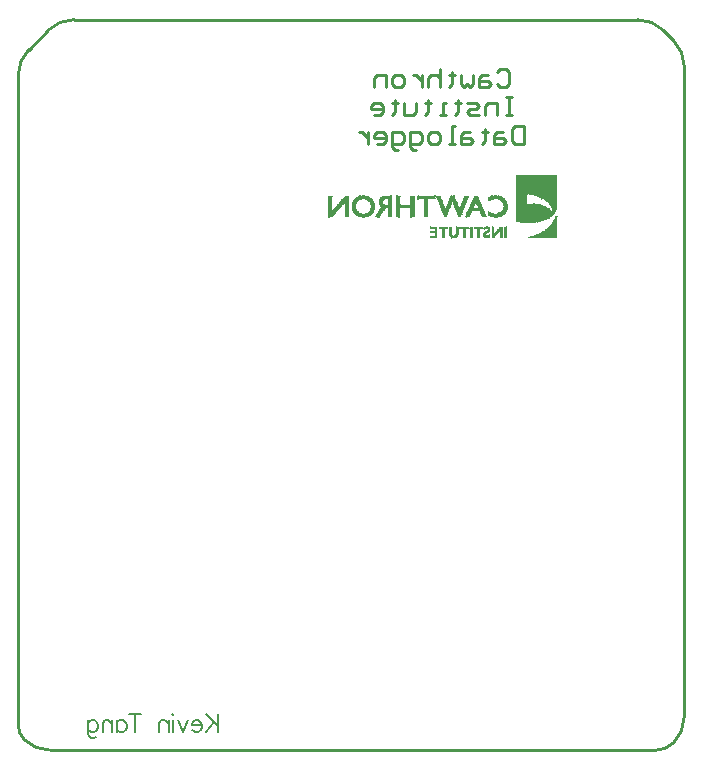
<source format=gbo>
G04 Layer_Color=32896*
%FSLAX25Y25*%
%MOIN*%
G70*
G01*
G75*
%ADD14C,0.01000*%
%ADD21C,0.00787*%
%ADD33C,0.00100*%
D14*
X304503Y329693D02*
X305503Y330693D01*
X307502D01*
X308502Y329693D01*
Y325694D01*
X307502Y324695D01*
X305503D01*
X304503Y325694D01*
X301504Y328693D02*
X299504D01*
X298505Y327694D01*
Y324695D01*
X301504D01*
X302504Y325694D01*
X301504Y326694D01*
X298505D01*
X296505Y328693D02*
Y325694D01*
X295506Y324695D01*
X294506Y325694D01*
X293507Y324695D01*
X292507Y325694D01*
Y328693D01*
X289508Y329693D02*
Y328693D01*
X290507D01*
X288508D01*
X289508D01*
Y325694D01*
X288508Y324695D01*
X285509Y330693D02*
Y324695D01*
Y327694D01*
X284509Y328693D01*
X282510D01*
X281510Y327694D01*
Y324695D01*
X279511Y328693D02*
Y324695D01*
Y326694D01*
X278511Y327694D01*
X277512Y328693D01*
X276512D01*
X272513Y324695D02*
X270514D01*
X269514Y325694D01*
Y327694D01*
X270514Y328693D01*
X272513D01*
X273513Y327694D01*
Y325694D01*
X272513Y324695D01*
X267515D02*
Y328693D01*
X264516D01*
X263516Y327694D01*
Y324695D01*
X309501Y321095D02*
X307502D01*
X308502D01*
Y315097D01*
X309501D01*
X307502D01*
X304503D02*
Y319096D01*
X301504D01*
X300504Y318096D01*
Y315097D01*
X298505D02*
X295506D01*
X294506Y316097D01*
X295506Y317096D01*
X297505D01*
X298505Y318096D01*
X297505Y319096D01*
X294506D01*
X291507Y320095D02*
Y319096D01*
X292507D01*
X290507D01*
X291507D01*
Y316097D01*
X290507Y315097D01*
X287508D02*
X285509D01*
X286509D01*
Y319096D01*
X287508D01*
X281510Y320095D02*
Y319096D01*
X282510D01*
X280511D01*
X281510D01*
Y316097D01*
X280511Y315097D01*
X277512Y319096D02*
Y316097D01*
X276512Y315097D01*
X273513D01*
Y319096D01*
X270514Y320095D02*
Y319096D01*
X271514D01*
X269514D01*
X270514D01*
Y316097D01*
X269514Y315097D01*
X263516D02*
X265515D01*
X266515Y316097D01*
Y318096D01*
X265515Y319096D01*
X263516D01*
X262516Y318096D01*
Y317096D01*
X266515D01*
X313500Y311497D02*
Y305499D01*
X310501D01*
X309501Y306499D01*
Y310498D01*
X310501Y311497D01*
X313500D01*
X306502Y309498D02*
X304503D01*
X303503Y308498D01*
Y305499D01*
X306502D01*
X307502Y306499D01*
X306502Y307499D01*
X303503D01*
X300504Y310498D02*
Y309498D01*
X301504D01*
X299504D01*
X300504D01*
Y306499D01*
X299504Y305499D01*
X295506Y309498D02*
X293507D01*
X292507Y308498D01*
Y305499D01*
X295506D01*
X296505Y306499D01*
X295506Y307499D01*
X292507D01*
X290507Y305499D02*
X288508D01*
X289508D01*
Y311497D01*
X290507D01*
X284509Y305499D02*
X282510D01*
X281510Y306499D01*
Y308498D01*
X282510Y309498D01*
X284509D01*
X285509Y308498D01*
Y306499D01*
X284509Y305499D01*
X277512Y303500D02*
X276512D01*
X275512Y304500D01*
Y309498D01*
X278511D01*
X279511Y308498D01*
Y306499D01*
X278511Y305499D01*
X275512D01*
X271514Y303500D02*
X270514D01*
X269514Y304500D01*
Y309498D01*
X272513D01*
X273513Y308498D01*
Y306499D01*
X272513Y305499D01*
X269514D01*
X264516D02*
X266515D01*
X267515Y306499D01*
Y308498D01*
X266515Y309498D01*
X264516D01*
X263516Y308498D01*
Y307499D01*
X267515D01*
X261517Y309498D02*
Y305499D01*
Y307499D01*
X260517Y308498D01*
X259518Y309498D01*
X258518D01*
X360035Y343464D02*
G03*
X351500Y347000I-8535J-8535D01*
G01*
X367000Y331500D02*
G03*
X363464Y340036I-12071J0D01*
G01*
Y105965D02*
G03*
X367000Y114500I-8535J8535D01*
G01*
X357515Y103500D02*
G03*
X363464Y105965I0J8414D01*
G01*
X146965Y107036D02*
G03*
X155500Y103500I8535J8535D01*
G01*
X145000Y111778D02*
G03*
X146965Y107036I6707J0D01*
G01*
X148536Y337035D02*
G03*
X145000Y328500I8535J-8535D01*
G01*
X163500Y347000D02*
G03*
X154964Y343464I0J-12071D01*
G01*
X281000Y347000D02*
X351500D01*
X360035Y343464D02*
X363464Y340036D01*
X367000Y114500D02*
Y331500D01*
X155500Y103500D02*
X357515D01*
X145000Y111778D02*
Y319500D01*
Y328500D01*
X148536Y337035D02*
X154964Y343464D01*
X163500Y347000D02*
X281000D01*
D21*
X211500Y115404D02*
Y109500D01*
X207564Y115404D02*
X211500Y111468D01*
X210094Y112874D02*
X207564Y109500D01*
X206242Y111749D02*
X202869D01*
Y112312D01*
X203150Y112874D01*
X203431Y113155D01*
X203993Y113436D01*
X204837D01*
X205399Y113155D01*
X205961Y112593D01*
X206242Y111749D01*
Y111187D01*
X205961Y110344D01*
X205399Y109781D01*
X204837Y109500D01*
X203993D01*
X203431Y109781D01*
X202869Y110344D01*
X201603Y113436D02*
X199916Y109500D01*
X198230Y113436D02*
X199916Y109500D01*
X196711Y115404D02*
X196430Y115123D01*
X196149Y115404D01*
X196430Y115685D01*
X196711Y115404D01*
X196430Y113436D02*
Y109500D01*
X195109Y113436D02*
Y109500D01*
Y112312D02*
X194265Y113155D01*
X193703Y113436D01*
X192859D01*
X192297Y113155D01*
X192016Y112312D01*
Y109500D01*
X183862Y115404D02*
Y109500D01*
X185831Y115404D02*
X181894D01*
X177818Y113436D02*
Y109500D01*
Y112593D02*
X178380Y113155D01*
X178942Y113436D01*
X179786D01*
X180348Y113155D01*
X180910Y112593D01*
X181192Y111749D01*
Y111187D01*
X180910Y110344D01*
X180348Y109781D01*
X179786Y109500D01*
X178942D01*
X178380Y109781D01*
X177818Y110344D01*
X176243Y113436D02*
Y109500D01*
Y112312D02*
X175400Y113155D01*
X174837Y113436D01*
X173994D01*
X173432Y113155D01*
X173151Y112312D01*
Y109500D01*
X168230Y113436D02*
Y108938D01*
X168511Y108094D01*
X168793Y107813D01*
X169355Y107532D01*
X170198D01*
X170761Y107813D01*
X168230Y112593D02*
X168793Y113155D01*
X169355Y113436D01*
X170198D01*
X170761Y113155D01*
X171323Y112593D01*
X171604Y111749D01*
Y111187D01*
X171323Y110344D01*
X170761Y109781D01*
X170198Y109500D01*
X169355D01*
X168793Y109781D01*
X168230Y110344D01*
D33*
X289300Y274300D02*
X289400D01*
X282400Y274400D02*
X282500D01*
X286300D02*
X286400D01*
X307100D02*
X307200D01*
X324000D02*
X324100D01*
X286700Y274500D02*
X286800D01*
X289400D02*
X289500D01*
X289900D02*
X290100D01*
X295500D02*
X295600D01*
X300500D02*
X300600D01*
X301000D02*
X301100D01*
X307500D02*
X307600D01*
X282300Y274600D02*
X284400D01*
X286200D02*
X286800D01*
X289100D02*
X289200D01*
X289300D02*
X290700D01*
X293200D02*
X293800D01*
X295600D02*
X296200D01*
X298000D02*
X298600D01*
X300300D02*
X300400D01*
X300500D02*
X301600D01*
X301700D02*
X301900D01*
X302900D02*
X303400D01*
X305600D02*
X306100D01*
X307000D02*
X307600D01*
X314900D02*
X324200D01*
X282300Y274700D02*
X284400D01*
X286200D02*
X286800D01*
X289100D02*
X290900D01*
X293200D02*
X293800D01*
X295600D02*
X296200D01*
X298000D02*
X298600D01*
X300400D02*
X301800D01*
X302900D02*
X303500D01*
X305600D02*
X306100D01*
X307000D02*
X307600D01*
X315200D02*
X324200D01*
X282300Y274800D02*
X284400D01*
X286200D02*
X286800D01*
X289000D02*
X291000D01*
X291100D02*
X291200D01*
X293200D02*
X293800D01*
X295600D02*
X296200D01*
X298000D02*
X298600D01*
X300300D02*
X302000D01*
X302900D02*
X303600D01*
X305600D02*
X306100D01*
X307000D02*
X307600D01*
X315600D02*
X324200D01*
X282300Y274900D02*
X284400D01*
X286200D02*
X286800D01*
X288900D02*
X291100D01*
X293200D02*
X293800D01*
X295600D02*
X296200D01*
X298000D02*
X298600D01*
X299800D02*
X299900D01*
X300200D02*
X302000D01*
X302900D02*
X303600D01*
X305600D02*
X306100D01*
X307000D02*
X307600D01*
X316000D02*
X324200D01*
X282300Y275000D02*
X284400D01*
X286200D02*
X286800D01*
X288800D02*
X291200D01*
X293200D02*
X293800D01*
X295600D02*
X296200D01*
X298000D02*
X298600D01*
X300100D02*
X302000D01*
X302900D02*
X303700D01*
X305600D02*
X306100D01*
X307000D02*
X307600D01*
X316400D02*
X324200D01*
X283800Y275100D02*
X284400D01*
X286200D02*
X286800D01*
X288700D02*
X289700D01*
X290400D02*
X291300D01*
X293200D02*
X293800D01*
X295600D02*
X296200D01*
X298000D02*
X298600D01*
X300100D02*
X300800D01*
X301400D02*
X302000D01*
X302900D02*
X303800D01*
X305600D02*
X306100D01*
X307000D02*
X307600D01*
X316800D02*
X324200D01*
X283800Y275200D02*
X284400D01*
X286200D02*
X286800D01*
X288600D02*
X289400D01*
X290600D02*
X291400D01*
X293200D02*
X293800D01*
X295600D02*
X296200D01*
X298000D02*
X298600D01*
X300000D02*
X300600D01*
X301600D02*
X302000D01*
X302900D02*
X303900D01*
X305600D02*
X306100D01*
X307000D02*
X307600D01*
X317100D02*
X324200D01*
X283800Y275300D02*
X284400D01*
X286200D02*
X286800D01*
X288600D02*
X289300D01*
X290500D02*
X290600D01*
X290700D02*
X291400D01*
X293200D02*
X293800D01*
X295600D02*
X296200D01*
X298000D02*
X298600D01*
X300000D02*
X300600D01*
X301700D02*
X302000D01*
X302900D02*
X304000D01*
X305600D02*
X306100D01*
X307000D02*
X307600D01*
X317400D02*
X324200D01*
X283800Y275400D02*
X284400D01*
X286200D02*
X286800D01*
X288600D02*
X289200D01*
X290500D02*
X290600D01*
X290800D02*
X291500D01*
X293200D02*
X293800D01*
X295600D02*
X296200D01*
X298000D02*
X298600D01*
X300000D02*
X300600D01*
X301800D02*
X302000D01*
X302900D02*
X304100D01*
X305600D02*
X306100D01*
X307000D02*
X307600D01*
X317700D02*
X324200D01*
X283800Y275500D02*
X284400D01*
X286200D02*
X286800D01*
X288500D02*
X289100D01*
X290900D02*
X291500D01*
X293200D02*
X293800D01*
X295600D02*
X296200D01*
X298000D02*
X298600D01*
X300000D02*
X300600D01*
X302900D02*
X304200D01*
X305600D02*
X306100D01*
X307000D02*
X307600D01*
X318000D02*
X324200D01*
X283800Y275600D02*
X284400D01*
X286200D02*
X286800D01*
X288500D02*
X289100D01*
X290900D02*
X291500D01*
X293200D02*
X293800D01*
X295600D02*
X296200D01*
X298000D02*
X298600D01*
X300000D02*
X300600D01*
X302900D02*
X303400D01*
X303500D02*
X304300D01*
X305600D02*
X306100D01*
X307000D02*
X307600D01*
X318200D02*
X324200D01*
X283800Y275700D02*
X284400D01*
X286200D02*
X286800D01*
X288500D02*
X289100D01*
X289200D02*
X289300D01*
X290900D02*
X291500D01*
X293200D02*
X293800D01*
X295600D02*
X296200D01*
X298000D02*
X298600D01*
X300000D02*
X300700D01*
X302900D02*
X303400D01*
X303600D02*
X304300D01*
X305600D02*
X306100D01*
X307000D02*
X307600D01*
X318400D02*
X324200D01*
X283800Y275800D02*
X284400D01*
X286200D02*
X286800D01*
X288500D02*
X289100D01*
X290900D02*
X291500D01*
X293200D02*
X293800D01*
X295600D02*
X296200D01*
X298000D02*
X298600D01*
X300000D02*
X300700D01*
X302900D02*
X303400D01*
X303700D02*
X304400D01*
X305600D02*
X306100D01*
X307000D02*
X307600D01*
X318700D02*
X324200D01*
X283800Y275900D02*
X284400D01*
X286200D02*
X286800D01*
X288500D02*
X289100D01*
X290900D02*
X291500D01*
X293200D02*
X293800D01*
X295600D02*
X296200D01*
X298000D02*
X298600D01*
X300100D02*
X300900D01*
X302900D02*
X303400D01*
X303600D02*
X303700D01*
X303800D02*
X304500D01*
X305600D02*
X306100D01*
X307000D02*
X307600D01*
X318900D02*
X324200D01*
X283800Y276000D02*
X284400D01*
X286200D02*
X286800D01*
X288500D02*
X289100D01*
X290900D02*
X291500D01*
X293200D02*
X293800D01*
X295600D02*
X296200D01*
X298000D02*
X298600D01*
X300100D02*
X301000D01*
X302900D02*
X303400D01*
X303900D02*
X304600D01*
X305600D02*
X306100D01*
X307000D02*
X307600D01*
X318600D02*
X318700D01*
X319100D02*
X324200D01*
X282500Y276100D02*
X284400D01*
X286200D02*
X286800D01*
X288500D02*
X289100D01*
X290900D02*
X291500D01*
X293200D02*
X293800D01*
X295600D02*
X296200D01*
X298000D02*
X298600D01*
X300200D02*
X301200D01*
X302900D02*
X303400D01*
X303900D02*
X304700D01*
X305600D02*
X306100D01*
X307000D02*
X307600D01*
X319300D02*
X324200D01*
X282400Y276200D02*
X284400D01*
X286200D02*
X286800D01*
X288500D02*
X289100D01*
X290900D02*
X291500D01*
X293200D02*
X293800D01*
X295600D02*
X296200D01*
X298000D02*
X298600D01*
X300300D02*
X301300D01*
X302900D02*
X303400D01*
X304000D02*
X304800D01*
X305600D02*
X306100D01*
X307000D02*
X307600D01*
X319500D02*
X324200D01*
X282400Y276300D02*
X284400D01*
X286200D02*
X286800D01*
X288500D02*
X289100D01*
X290900D02*
X291500D01*
X293200D02*
X293800D01*
X295600D02*
X296200D01*
X298000D02*
X298600D01*
X300400D02*
X301500D01*
X302900D02*
X303400D01*
X304100D02*
X304900D01*
X305600D02*
X306100D01*
X307000D02*
X307600D01*
X319700D02*
X324200D01*
X282400Y276400D02*
X284400D01*
X286200D02*
X286800D01*
X288500D02*
X289100D01*
X290900D02*
X291500D01*
X293200D02*
X293800D01*
X295600D02*
X296200D01*
X298000D02*
X298600D01*
X300500D02*
X301600D01*
X302900D02*
X303400D01*
X304200D02*
X304900D01*
X305600D02*
X306100D01*
X307000D02*
X307600D01*
X319700D02*
X319800D01*
X319900D02*
X324200D01*
X282400Y276500D02*
X284400D01*
X286200D02*
X286800D01*
X288500D02*
X289100D01*
X290900D02*
X291500D01*
X293200D02*
X293800D01*
X295600D02*
X296200D01*
X298000D02*
X298600D01*
X300700D02*
X301700D01*
X301800D02*
X301900D01*
X302900D02*
X303400D01*
X304300D02*
X305000D01*
X305600D02*
X306100D01*
X307000D02*
X307600D01*
X320000D02*
X324200D01*
X283800Y276600D02*
X284400D01*
X286200D02*
X286800D01*
X288500D02*
X289100D01*
X290900D02*
X291500D01*
X293200D02*
X293800D01*
X295600D02*
X296200D01*
X298000D02*
X298600D01*
X300900D02*
X301800D01*
X302900D02*
X303400D01*
X304400D02*
X305100D01*
X305600D02*
X306100D01*
X307000D02*
X307600D01*
X319900D02*
X320000D01*
X320200D02*
X324200D01*
X283800Y276700D02*
X284400D01*
X286200D02*
X286800D01*
X288500D02*
X289100D01*
X290900D02*
X291500D01*
X293200D02*
X293800D01*
X295600D02*
X296200D01*
X298000D02*
X298600D01*
X300800D02*
X300900D01*
X301000D02*
X301900D01*
X302900D02*
X303400D01*
X304500D02*
X305200D01*
X305600D02*
X306100D01*
X307000D02*
X307600D01*
X319900D02*
X320000D01*
X320400D02*
X324200D01*
X283800Y276800D02*
X284400D01*
X286200D02*
X286800D01*
X288500D02*
X289100D01*
X290900D02*
X291500D01*
X293200D02*
X293800D01*
X295600D02*
X296200D01*
X298000D02*
X298600D01*
X301200D02*
X302000D01*
X302900D02*
X303400D01*
X304600D02*
X305300D01*
X305600D02*
X306100D01*
X307000D02*
X307600D01*
X320500D02*
X324200D01*
X283800Y276900D02*
X284400D01*
X286200D02*
X286800D01*
X288500D02*
X289100D01*
X290900D02*
X291500D01*
X293200D02*
X293800D01*
X295600D02*
X296200D01*
X298000D02*
X298600D01*
X301100D02*
X301200D01*
X301300D02*
X302000D01*
X302900D02*
X303400D01*
X304600D02*
X305400D01*
X305600D02*
X306100D01*
X307000D02*
X307600D01*
X320600D02*
X324200D01*
X283800Y277000D02*
X284400D01*
X286200D02*
X286800D01*
X288500D02*
X289100D01*
X290900D02*
X291500D01*
X293200D02*
X293800D01*
X295600D02*
X296200D01*
X298000D02*
X298600D01*
X301400D02*
X302000D01*
X302900D02*
X303400D01*
X304700D02*
X305500D01*
X305600D02*
X306100D01*
X307000D02*
X307600D01*
X320800D02*
X324200D01*
X283800Y277100D02*
X284400D01*
X286200D02*
X286800D01*
X288500D02*
X289100D01*
X290900D02*
X291500D01*
X293200D02*
X293800D01*
X295600D02*
X296200D01*
X298000D02*
X298600D01*
X301500D02*
X302000D01*
X302900D02*
X303400D01*
X304800D02*
X305500D01*
X305600D02*
X306100D01*
X307000D02*
X307600D01*
X320700D02*
X320800D01*
X320900D02*
X324200D01*
X283800Y277200D02*
X284400D01*
X286200D02*
X286800D01*
X288500D02*
X289100D01*
X290900D02*
X291500D01*
X293200D02*
X293800D01*
X295600D02*
X296200D01*
X298000D02*
X298600D01*
X301500D02*
X302000D01*
X302900D02*
X303400D01*
X304900D02*
X306100D01*
X307000D02*
X307600D01*
X321100D02*
X324200D01*
X283800Y277300D02*
X284400D01*
X286200D02*
X286800D01*
X288500D02*
X289100D01*
X290900D02*
X291500D01*
X293200D02*
X293800D01*
X295600D02*
X296200D01*
X298000D02*
X298600D01*
X300100D02*
X300300D01*
X301500D02*
X302000D01*
X302900D02*
X303400D01*
X304700D02*
X304800D01*
X305000D02*
X306100D01*
X307000D02*
X307600D01*
X321200D02*
X324200D01*
X283800Y277400D02*
X284400D01*
X286200D02*
X286800D01*
X288500D02*
X289100D01*
X290900D02*
X291500D01*
X293200D02*
X293800D01*
X295600D02*
X296200D01*
X298000D02*
X298600D01*
X300100D02*
X300400D01*
X301200D02*
X301300D01*
X301400D02*
X302000D01*
X302900D02*
X303400D01*
X305100D02*
X306100D01*
X307000D02*
X307600D01*
X321300D02*
X324200D01*
X283800Y277500D02*
X284400D01*
X286200D02*
X286800D01*
X288500D02*
X289100D01*
X290900D02*
X291500D01*
X293200D02*
X293800D01*
X295600D02*
X296200D01*
X296800D02*
X296900D01*
X298000D02*
X298600D01*
X299700D02*
X299800D01*
X300100D02*
X300700D01*
X301300D02*
X302000D01*
X302900D02*
X303400D01*
X305200D02*
X306100D01*
X307000D02*
X307600D01*
X321400D02*
X324200D01*
X282400Y277600D02*
X284400D01*
X285100D02*
X288000D01*
X288500D02*
X289100D01*
X290900D02*
X291500D01*
X292000D02*
X295000D01*
X295600D02*
X296200D01*
X296800D02*
X299800D01*
X300100D02*
X301900D01*
X302900D02*
X303400D01*
X305100D02*
X305200D01*
X305300D02*
X306100D01*
X307000D02*
X307600D01*
X321500D02*
X324200D01*
X282400Y277700D02*
X284400D01*
X285100D02*
X288000D01*
X288500D02*
X289100D01*
X290900D02*
X291500D01*
X292000D02*
X295100D01*
X295600D02*
X296200D01*
X296800D02*
X299700D01*
X300100D02*
X302000D01*
X302900D02*
X303400D01*
X305200D02*
X305300D01*
X305400D02*
X306100D01*
X307000D02*
X307600D01*
X321600D02*
X324200D01*
X282400Y277800D02*
X284400D01*
X285100D02*
X288000D01*
X288500D02*
X289100D01*
X290900D02*
X291500D01*
X292000D02*
X295000D01*
X295600D02*
X296300D01*
X296800D02*
X299700D01*
X300100D02*
X301800D01*
X302900D02*
X303400D01*
X305400D02*
X306100D01*
X306900D02*
X307600D01*
X321700D02*
X324200D01*
X282400Y277900D02*
X284400D01*
X285100D02*
X288000D01*
X288500D02*
X289100D01*
X290900D02*
X291500D01*
X292000D02*
X295000D01*
X295600D02*
X296200D01*
X296800D02*
X299700D01*
X300200D02*
X301600D01*
X302900D02*
X303400D01*
X305500D02*
X306100D01*
X307000D02*
X307600D01*
X321800D02*
X324200D01*
X282400Y278000D02*
X284400D01*
X285100D02*
X288000D01*
X288500D02*
X289100D01*
X290900D02*
X291500D01*
X292000D02*
X295000D01*
X295600D02*
X296200D01*
X296800D02*
X299700D01*
X300200D02*
X300300D01*
X300400D02*
X301500D01*
X302900D02*
X303400D01*
X305400D02*
X305500D01*
X305600D02*
X306100D01*
X307000D02*
X307600D01*
X321900D02*
X324200D01*
X282300Y278100D02*
X282400D01*
X290800D02*
X290900D01*
X300900D02*
X301200D01*
X302800D02*
X302900D01*
X307500D02*
X307600D01*
X322000D02*
X324200D01*
X322100Y278200D02*
X324200D01*
X322000Y278300D02*
X322100D01*
X322200D02*
X324200D01*
X322300Y278400D02*
X324200D01*
X322400Y278500D02*
X324200D01*
X322300Y278600D02*
X322400D01*
X322500D02*
X324200D01*
X322500Y278700D02*
X324200D01*
X322600Y278800D02*
X324200D01*
X322500Y278900D02*
X322600D01*
X322700D02*
X324200D01*
X322800Y279000D02*
X324200D01*
X322800Y279100D02*
X324200D01*
X322900Y279200D02*
X324200D01*
X323000Y279300D02*
X324200D01*
X322900Y279400D02*
X323000D01*
X323100D02*
X324200D01*
X317200Y279500D02*
X317300D01*
X323100D02*
X324200D01*
X313600Y279600D02*
X315900D01*
X323200D02*
X324200D01*
X312200Y279700D02*
X317200D01*
X317900D02*
X318000D01*
X323300D02*
X324200D01*
X311200Y279800D02*
X318000D01*
X323300D02*
X324200D01*
X310900Y279900D02*
X318500D01*
X323400D02*
X324200D01*
X310900Y280000D02*
X319000D01*
X323400D02*
X324200D01*
X310900Y280100D02*
X319300D01*
X323500D02*
X324200D01*
X310900Y280200D02*
X319600D01*
X323500D02*
X324200D01*
X310900Y280300D02*
X319900D01*
X323300D02*
X323400D01*
X323600D02*
X324200D01*
X310900Y280400D02*
X320200D01*
X323600D02*
X324200D01*
X310900Y280500D02*
X320400D01*
X320500D02*
X320600D01*
X323700D02*
X324200D01*
X310900Y280600D02*
X320700D01*
X323700D02*
X324200D01*
X310900Y280700D02*
X320900D01*
X323800D02*
X324200D01*
X310900Y280800D02*
X321100D01*
X321800D02*
X321900D01*
X323800D02*
X324200D01*
X310900Y280900D02*
X321300D01*
X323900D02*
X324200D01*
X310900Y281000D02*
X321500D01*
X321600D02*
X321700D01*
X323900D02*
X324200D01*
X310900Y281100D02*
X321600D01*
X323900D02*
X324200D01*
X310900Y281200D02*
X321800D01*
X324000D02*
X324200D01*
X248400Y281300D02*
X248500D01*
X248600D02*
X248700D01*
X259600D02*
X260100D01*
X264700D02*
X264800D01*
X265100D02*
X265200D01*
X271600D02*
X271700D01*
X271900D02*
X272000D01*
X275700D02*
X275800D01*
X275900D02*
X276000D01*
X294100D02*
X294200D01*
X303700D02*
X304500D01*
X310900D02*
X322000D01*
X324000D02*
X324200D01*
X248500Y281400D02*
X249300D01*
X253900D02*
X254800D01*
X258900D02*
X260900D01*
X261400D02*
X261500D01*
X263900D02*
X265100D01*
X268200D02*
X269200D01*
X270900D02*
X271900D01*
X275700D02*
X276700D01*
X280400D02*
X280500D01*
X281200D02*
X281300D01*
X287100D02*
X287400D01*
X291800D02*
X292100D01*
X294000D02*
X295000D01*
X299700D02*
X300700D01*
X303000D02*
X305100D01*
X305400D02*
X305500D01*
X310900D02*
X322100D01*
X324000D02*
X324200D01*
X324400D02*
X324500D01*
X248400Y281500D02*
X249400D01*
X253800D02*
X254900D01*
X258600D02*
X261200D01*
X263900D02*
X265200D01*
X268200D02*
X269200D01*
X270900D02*
X272000D01*
X275700D02*
X276800D01*
X280300D02*
X281400D01*
X287000D02*
X287400D01*
X291800D02*
X292100D01*
X294000D02*
X295100D01*
X299700D02*
X300800D01*
X302600D02*
X305500D01*
X310900D02*
X322300D01*
X324100D02*
X324200D01*
X248400Y281600D02*
X249500D01*
X253800D02*
X254900D01*
X258300D02*
X261500D01*
X264000D02*
X265200D01*
X268200D02*
X269200D01*
X270900D02*
X272000D01*
X275700D02*
X276800D01*
X280300D02*
X281400D01*
X287000D02*
X287500D01*
X291700D02*
X292200D01*
X293900D02*
X295200D01*
X299600D02*
X300700D01*
X302300D02*
X305700D01*
X310900D02*
X322400D01*
X248400Y281700D02*
X249600D01*
X253800D02*
X254800D01*
X258100D02*
X261700D01*
X264000D02*
X265300D01*
X268200D02*
X269200D01*
X270900D02*
X272000D01*
X275700D02*
X276800D01*
X280300D02*
X281400D01*
X287000D02*
X287500D01*
X291700D02*
X292200D01*
X293900D02*
X294000D01*
X294100D02*
X295200D01*
X299600D02*
X300700D01*
X302100D02*
X305900D01*
X310900D02*
X322600D01*
X248400Y281800D02*
X249700D01*
X253800D02*
X254800D01*
X257600D02*
X257700D01*
X257900D02*
X261900D01*
X264100D02*
X265400D01*
X268200D02*
X269200D01*
X270900D02*
X272000D01*
X275700D02*
X276800D01*
X280300D02*
X281400D01*
X286900D02*
X287600D01*
X291600D02*
X292300D01*
X294200D02*
X295400D01*
X299400D02*
X300600D01*
X301600D02*
X301700D01*
X301800D02*
X306100D01*
X310900D02*
X322600D01*
X248400Y281900D02*
X249800D01*
X253800D02*
X254800D01*
X257700D02*
X262000D01*
X264200D02*
X265400D01*
X268200D02*
X269200D01*
X270900D02*
X272000D01*
X275700D02*
X276800D01*
X280300D02*
X281400D01*
X286900D02*
X287600D01*
X291600D02*
X292300D01*
X294200D02*
X295300D01*
X299500D02*
X300600D01*
X301600D02*
X306300D01*
X310900D02*
X322700D01*
X248400Y282000D02*
X249800D01*
X253800D02*
X254800D01*
X257600D02*
X262200D01*
X264300D02*
X265500D01*
X268200D02*
X269200D01*
X270900D02*
X272000D01*
X275700D02*
X276800D01*
X280300D02*
X281400D01*
X286800D02*
X287600D01*
X291600D02*
X292300D01*
X294200D02*
X295300D01*
X299400D02*
X300500D01*
X301600D02*
X306400D01*
X310900D02*
X322900D01*
X248400Y282100D02*
X249900D01*
X250200D02*
X250300D01*
X253800D02*
X254800D01*
X257400D02*
X262300D01*
X264300D02*
X265600D01*
X268200D02*
X269200D01*
X270900D02*
X272000D01*
X275700D02*
X276800D01*
X280300D02*
X281400D01*
X286800D02*
X287700D01*
X291400D02*
X292400D01*
X292800D02*
X292900D01*
X294300D02*
X295400D01*
X299400D02*
X300500D01*
X301600D02*
X306600D01*
X306700D02*
X306800D01*
X310900D02*
X322900D01*
X248400Y282200D02*
X250000D01*
X253800D02*
X254800D01*
X257300D02*
X262400D01*
X264400D02*
X265600D01*
X268200D02*
X269200D01*
X270900D02*
X272000D01*
X275700D02*
X276800D01*
X280300D02*
X281400D01*
X286800D02*
X287700D01*
X287800D02*
X287900D01*
X291500D02*
X292400D01*
X294300D02*
X295400D01*
X299400D02*
X300500D01*
X301600D02*
X306700D01*
X310900D02*
X323000D01*
X248400Y282300D02*
X250100D01*
X253800D02*
X254800D01*
X257200D02*
X259800D01*
X260000D02*
X262500D01*
X264500D02*
X265700D01*
X268200D02*
X269200D01*
X270900D02*
X272000D01*
X275700D02*
X276800D01*
X280300D02*
X281400D01*
X286700D02*
X287900D01*
X291400D02*
X292500D01*
X294400D02*
X295500D01*
X299100D02*
X299200D01*
X299300D02*
X300400D01*
X301600D02*
X304000D01*
X304200D02*
X306800D01*
X310900D02*
X323100D01*
X248400Y282400D02*
X250200D01*
X253800D02*
X254800D01*
X257100D02*
X259100D01*
X260700D02*
X262600D01*
X264500D02*
X265700D01*
X265800D02*
X265900D01*
X268200D02*
X269200D01*
X270900D02*
X272000D01*
X275700D02*
X276800D01*
X280300D02*
X281400D01*
X286700D02*
X287800D01*
X291400D02*
X292500D01*
X294300D02*
X295500D01*
X299100D02*
X299200D01*
X299300D02*
X300400D01*
X301600D02*
X303200D01*
X304600D02*
X304700D01*
X304900D02*
X306900D01*
X310900D02*
X323200D01*
X248400Y282500D02*
X250300D01*
X253800D02*
X254800D01*
X257000D02*
X258800D01*
X259000D02*
X259100D01*
X260900D02*
X262700D01*
X264600D02*
X265800D01*
X268200D02*
X269200D01*
X270900D02*
X272000D01*
X275700D02*
X276800D01*
X280300D02*
X281400D01*
X286600D02*
X287800D01*
X287900D02*
X288000D01*
X291300D02*
X292500D01*
X294500D02*
X295600D01*
X299100D02*
X300300D01*
X301600D02*
X302800D01*
X305200D02*
X307000D01*
X310900D02*
X323300D01*
X248400Y282600D02*
X250400D01*
X253800D02*
X254800D01*
X256900D02*
X258600D01*
X261200D02*
X262800D01*
X264700D02*
X265900D01*
X268200D02*
X269200D01*
X270900D02*
X272000D01*
X275700D02*
X276800D01*
X280300D02*
X281400D01*
X286600D02*
X288000D01*
X291300D02*
X292600D01*
X294400D02*
X295600D01*
X299200D02*
X300300D01*
X301600D02*
X302500D01*
X305400D02*
X307100D01*
X310900D02*
X323400D01*
X248400Y282700D02*
X250500D01*
X253800D02*
X254800D01*
X256900D02*
X258400D01*
X261400D02*
X262900D01*
X264700D02*
X265900D01*
X268200D02*
X269200D01*
X270900D02*
X272000D01*
X275700D02*
X276800D01*
X280300D02*
X281400D01*
X286600D02*
X287900D01*
X291300D02*
X292600D01*
X294400D02*
X294500D01*
X294600D02*
X295700D01*
X299000D02*
X300200D01*
X301600D02*
X302300D01*
X302400D02*
X302600D01*
X305400D02*
X305500D01*
X305600D02*
X307200D01*
X307300D02*
X307400D01*
X310900D02*
X322900D01*
X323000D02*
X323500D01*
X248400Y282800D02*
X250500D01*
X253800D02*
X254800D01*
X256600D02*
X256700D01*
X256800D02*
X258300D01*
X261500D02*
X263000D01*
X264800D02*
X266000D01*
X268200D02*
X269200D01*
X270900D02*
X272000D01*
X275700D02*
X276800D01*
X280300D02*
X281400D01*
X286500D02*
X288000D01*
X291200D02*
X292700D01*
X294400D02*
X294500D01*
X294600D02*
X295700D01*
X299100D02*
X300200D01*
X301600D02*
X302100D01*
X305700D02*
X307200D01*
X310900D02*
X322900D01*
X323000D02*
X323500D01*
X248400Y282900D02*
X250600D01*
X253800D02*
X254800D01*
X256600D02*
X258100D01*
X261600D02*
X263000D01*
X264800D02*
X266100D01*
X268200D02*
X269200D01*
X270900D02*
X272000D01*
X275700D02*
X276800D01*
X280300D02*
X281400D01*
X286500D02*
X288000D01*
X291200D02*
X292700D01*
X294600D02*
X295900D01*
X299100D02*
X300200D01*
X301600D02*
X301900D01*
X305000D02*
X305100D01*
X305900D02*
X307300D01*
X310900D02*
X322800D01*
X323000D02*
X323600D01*
X248400Y283000D02*
X250700D01*
X253800D02*
X254800D01*
X256700D02*
X258000D01*
X261700D02*
X263100D01*
X264900D02*
X266100D01*
X268200D02*
X269200D01*
X270900D02*
X272000D01*
X275700D02*
X276800D01*
X280300D02*
X281400D01*
X286400D02*
X288000D01*
X291100D02*
X292800D01*
X294700D02*
X295800D01*
X299000D02*
X300100D01*
X301600D02*
X301800D01*
X306000D02*
X307400D01*
X310900D02*
X322700D01*
X323000D02*
X323700D01*
X248400Y283100D02*
X250800D01*
X253800D02*
X254800D01*
X256600D02*
X257900D01*
X261800D02*
X263100D01*
X265000D02*
X266200D01*
X268200D02*
X269200D01*
X270900D02*
X272000D01*
X275700D02*
X276800D01*
X280300D02*
X281400D01*
X286400D02*
X288100D01*
X291100D02*
X292800D01*
X294700D02*
X295800D01*
X299000D02*
X300200D01*
X306100D02*
X307400D01*
X310900D02*
X322600D01*
X323000D02*
X323700D01*
X323800D02*
X323900D01*
X248400Y283200D02*
X249400D01*
X249500D02*
X250900D01*
X253800D02*
X254800D01*
X256600D02*
X257800D01*
X261900D02*
X263200D01*
X265000D02*
X266300D01*
X268200D02*
X269200D01*
X270900D02*
X272000D01*
X275700D02*
X276800D01*
X280300D02*
X281400D01*
X286400D02*
X288100D01*
X290900D02*
X291000D01*
X291100D02*
X292800D01*
X294800D02*
X295900D01*
X298900D02*
X300000D01*
X300100D02*
X300200D01*
X301600D02*
X301700D01*
X306000D02*
X306100D01*
X306200D02*
X307500D01*
X310900D02*
X322500D01*
X323000D02*
X323800D01*
X248400Y283300D02*
X249400D01*
X249600D02*
X251000D01*
X253800D02*
X254800D01*
X256500D02*
X257800D01*
X258000D02*
X258100D01*
X262000D02*
X263300D01*
X265100D02*
X266300D01*
X268200D02*
X269200D01*
X270900D02*
X272000D01*
X275700D02*
X276800D01*
X280300D02*
X281400D01*
X286300D02*
X288100D01*
X290900D02*
X292900D01*
X294800D02*
X295900D01*
X298900D02*
X300100D01*
X306300D02*
X307500D01*
X310900D02*
X322400D01*
X323000D02*
X323800D01*
X323900D02*
X324000D01*
X248400Y283400D02*
X249400D01*
X249700D02*
X251100D01*
X253800D02*
X254800D01*
X256500D02*
X257700D01*
X262100D02*
X263300D01*
X265200D02*
X266400D01*
X266700D02*
X266800D01*
X268200D02*
X269200D01*
X270900D02*
X272000D01*
X275700D02*
X276800D01*
X280300D02*
X281400D01*
X286100D02*
X286200D01*
X286300D02*
X288300D01*
X290800D02*
X290900D01*
X291000D02*
X292900D01*
X294900D02*
X300000D01*
X306300D02*
X307600D01*
X310900D02*
X322300D01*
X323000D02*
X323900D01*
X248400Y283500D02*
X249400D01*
X249800D02*
X251200D01*
X253800D02*
X254800D01*
X256400D02*
X257600D01*
X262100D02*
X263400D01*
X265200D02*
X266500D01*
X266600D02*
X266700D01*
X268200D02*
X269200D01*
X270900D02*
X272000D01*
X275700D02*
X276800D01*
X280300D02*
X281400D01*
X286200D02*
X288300D01*
X290900D02*
X293000D01*
X294900D02*
X299900D01*
X306400D02*
X307600D01*
X310900D02*
X322200D01*
X323000D02*
X323900D01*
X248400Y283600D02*
X249400D01*
X249900D02*
X251200D01*
X253800D02*
X254800D01*
X256400D02*
X257600D01*
X262200D02*
X263400D01*
X265300D02*
X266600D01*
X268200D02*
X269200D01*
X270900D02*
X272000D01*
X275700D02*
X276800D01*
X280300D02*
X281400D01*
X286000D02*
X286100D01*
X286200D02*
X288300D01*
X290900D02*
X293000D01*
X295000D02*
X300000D01*
X306500D02*
X307600D01*
X310900D02*
X322100D01*
X323000D02*
X324000D01*
X248400Y283700D02*
X249400D01*
X250000D02*
X251300D01*
X253800D02*
X254800D01*
X256300D02*
X257500D01*
X262200D02*
X263400D01*
X265400D02*
X266600D01*
X268200D02*
X269200D01*
X270900D02*
X272000D01*
X275700D02*
X276800D01*
X280300D02*
X281400D01*
X286200D02*
X288300D01*
X290800D02*
X293000D01*
X295000D02*
X299800D01*
X306500D02*
X307700D01*
X310900D02*
X322000D01*
X323000D02*
X324000D01*
X248400Y283800D02*
X249400D01*
X250000D02*
X251400D01*
X253800D02*
X254800D01*
X256300D02*
X257500D01*
X262300D02*
X263500D01*
X265400D02*
X266700D01*
X268200D02*
X269200D01*
X270900D02*
X272000D01*
X275700D02*
X276800D01*
X280300D02*
X281400D01*
X286000D02*
X287200D01*
X287300D02*
X288400D01*
X290700D02*
X291900D01*
X292000D02*
X293100D01*
X295000D02*
X299800D01*
X306600D02*
X307700D01*
X310900D02*
X321900D01*
X323000D02*
X324100D01*
X248400Y283900D02*
X249400D01*
X250100D02*
X251500D01*
X253800D02*
X254800D01*
X256300D02*
X257400D01*
X262300D02*
X263500D01*
X265500D02*
X266800D01*
X268200D02*
X269200D01*
X270900D02*
X272000D01*
X275700D02*
X276800D01*
X280300D02*
X281400D01*
X286100D02*
X287100D01*
X287300D02*
X288400D01*
X290800D02*
X291800D01*
X292000D02*
X293100D01*
X295100D02*
X299700D01*
X306600D02*
X307800D01*
X310900D02*
X321800D01*
X323000D02*
X324100D01*
X248400Y284000D02*
X249400D01*
X250200D02*
X251600D01*
X253800D02*
X254800D01*
X256300D02*
X257400D01*
X262400D02*
X263500D01*
X265600D02*
X266900D01*
X268200D02*
X269200D01*
X270900D02*
X272000D01*
X275700D02*
X276800D01*
X280300D02*
X281400D01*
X286000D02*
X287100D01*
X287300D02*
X288400D01*
X290700D02*
X291800D01*
X292100D02*
X293100D01*
X295100D02*
X299700D01*
X306600D02*
X307800D01*
X310900D02*
X321600D01*
X323000D02*
X324200D01*
X248400Y284100D02*
X249400D01*
X250300D02*
X251700D01*
X253800D02*
X254800D01*
X256200D02*
X257400D01*
X262400D02*
X263500D01*
X265700D02*
X267100D01*
X268200D02*
X269200D01*
X270900D02*
X272000D01*
X275700D02*
X276800D01*
X280300D02*
X281400D01*
X286000D02*
X287000D01*
X287400D02*
X288500D01*
X290700D02*
X291900D01*
X292100D02*
X293200D01*
X295200D02*
X299600D01*
X306700D02*
X307800D01*
X310900D02*
X321500D01*
X321700D02*
X321800D01*
X322900D02*
X324200D01*
X248400Y284200D02*
X249400D01*
X250400D02*
X251800D01*
X253800D02*
X254800D01*
X256200D02*
X257300D01*
X262400D02*
X263600D01*
X265600D02*
X267200D01*
X268200D02*
X269200D01*
X270900D02*
X272000D01*
X275700D02*
X276800D01*
X280300D02*
X281400D01*
X286000D02*
X287100D01*
X287400D02*
X288500D01*
X290700D02*
X291700D01*
X291800D02*
X291900D01*
X292000D02*
X293200D01*
X295200D02*
X299600D01*
X306700D02*
X307800D01*
X310900D02*
X321400D01*
X322900D02*
X324200D01*
X248400Y284300D02*
X249400D01*
X250500D02*
X251800D01*
X253800D02*
X254800D01*
X256200D02*
X257300D01*
X262400D02*
X263600D01*
X265800D02*
X267400D01*
X268200D02*
X269200D01*
X270900D02*
X272000D01*
X275700D02*
X276800D01*
X280300D02*
X281400D01*
X285900D02*
X287000D01*
X287400D02*
X288600D01*
X290600D02*
X291700D01*
X292200D02*
X293300D01*
X295300D02*
X299600D01*
X306700D02*
X307800D01*
X310900D02*
X321200D01*
X322900D02*
X324200D01*
X248400Y284400D02*
X249400D01*
X250600D02*
X251900D01*
X252000D02*
X252100D01*
X253800D02*
X254800D01*
X256200D02*
X257300D01*
X262500D02*
X263600D01*
X265900D02*
X269200D01*
X270900D02*
X276800D01*
X280300D02*
X281400D01*
X285900D02*
X286900D01*
X287500D02*
X288600D01*
X290600D02*
X291800D01*
X292200D02*
X293300D01*
X295300D02*
X296400D01*
X298400D02*
X299500D01*
X306700D02*
X307900D01*
X310900D02*
X321000D01*
X322800D02*
X324200D01*
X248400Y284500D02*
X249400D01*
X250700D02*
X252000D01*
X253800D02*
X254800D01*
X256200D02*
X257300D01*
X262500D02*
X263600D01*
X266000D02*
X269200D01*
X270900D02*
X276800D01*
X280300D02*
X281400D01*
X285800D02*
X286900D01*
X287500D02*
X288600D01*
X288700D02*
X288800D01*
X290500D02*
X291600D01*
X291700D02*
X291800D01*
X292300D02*
X293300D01*
X295300D02*
X296500D01*
X298400D02*
X299600D01*
X306700D02*
X307900D01*
X310900D02*
X320800D01*
X322800D02*
X324200D01*
X248400Y284600D02*
X249400D01*
X250700D02*
X252100D01*
X253800D02*
X254800D01*
X256200D02*
X257400D01*
X262500D02*
X263600D01*
X265900D02*
X266000D01*
X266200D02*
X269200D01*
X270900D02*
X276800D01*
X280300D02*
X281400D01*
X285800D02*
X286800D01*
X287600D02*
X288800D01*
X290500D02*
X291600D01*
X292300D02*
X293400D01*
X293500D02*
X293600D01*
X295400D02*
X296500D01*
X298200D02*
X299400D01*
X306800D02*
X307900D01*
X310900D02*
X320700D01*
X322800D02*
X324200D01*
X248400Y284700D02*
X249400D01*
X250800D02*
X252200D01*
X253800D02*
X254800D01*
X256100D02*
X257300D01*
X262500D02*
X263600D01*
X266200D02*
X269200D01*
X270900D02*
X276800D01*
X280300D02*
X281400D01*
X285700D02*
X286800D01*
X287600D02*
X288700D01*
X288800D02*
X288900D01*
X290300D02*
X290400D01*
X290500D02*
X291500D01*
X292400D02*
X293400D01*
X295500D02*
X296600D01*
X298300D02*
X299400D01*
X306800D02*
X307900D01*
X310900D02*
X320500D01*
X322500D02*
X322600D01*
X322700D02*
X324200D01*
X248400Y284800D02*
X249400D01*
X250900D02*
X252300D01*
X253800D02*
X254800D01*
X256100D02*
X257300D01*
X262500D02*
X263600D01*
X266000D02*
X269200D01*
X270900D02*
X276800D01*
X280300D02*
X281400D01*
X285700D02*
X286800D01*
X287700D02*
X288800D01*
X290400D02*
X291500D01*
X292400D02*
X293500D01*
X295500D02*
X296600D01*
X298300D02*
X299400D01*
X306800D02*
X307900D01*
X310900D02*
X320200D01*
X320400D02*
X320500D01*
X322700D02*
X324200D01*
X248400Y284900D02*
X249400D01*
X251000D02*
X252400D01*
X253800D02*
X254800D01*
X256100D02*
X257300D01*
X262500D02*
X263600D01*
X265900D02*
X269200D01*
X270900D02*
X276800D01*
X280300D02*
X281400D01*
X285700D02*
X286700D01*
X287700D02*
X288800D01*
X290400D02*
X291500D01*
X292400D02*
X293500D01*
X295500D02*
X296700D01*
X298200D02*
X299300D01*
X306800D02*
X307900D01*
X310900D02*
X320000D01*
X320100D02*
X320200D01*
X322700D02*
X324200D01*
X248400Y285000D02*
X249400D01*
X251100D02*
X252500D01*
X253800D02*
X254800D01*
X256100D02*
X257300D01*
X262500D02*
X263600D01*
X265700D02*
X269200D01*
X270900D02*
X276800D01*
X280300D02*
X281400D01*
X285600D02*
X286700D01*
X287700D02*
X288900D01*
X290300D02*
X291400D01*
X292500D02*
X293600D01*
X295600D02*
X296700D01*
X298200D02*
X299300D01*
X306800D02*
X307900D01*
X310900D02*
X319700D01*
X322600D02*
X324200D01*
X248400Y285100D02*
X249400D01*
X251200D02*
X252500D01*
X252600D02*
X252700D01*
X253800D02*
X254800D01*
X256200D02*
X257300D01*
X262500D02*
X263600D01*
X265600D02*
X269200D01*
X270900D02*
X276800D01*
X280300D02*
X281400D01*
X285600D02*
X286600D01*
X287800D02*
X289000D01*
X290300D02*
X291400D01*
X292500D02*
X293600D01*
X295600D02*
X296800D01*
X298100D02*
X299200D01*
X306800D02*
X307900D01*
X310900D02*
X319500D01*
X322600D02*
X324200D01*
X248400Y285200D02*
X249400D01*
X251300D02*
X252600D01*
X253800D02*
X254800D01*
X256200D02*
X257300D01*
X262500D02*
X263600D01*
X265600D02*
X269200D01*
X270900D02*
X276800D01*
X280300D02*
X281400D01*
X285500D02*
X286600D01*
X287800D02*
X288900D01*
X290300D02*
X291300D01*
X292600D02*
X293600D01*
X295700D02*
X296800D01*
X298100D02*
X299200D01*
X306700D02*
X307900D01*
X310900D02*
X319100D01*
X322500D02*
X324200D01*
X248400Y285300D02*
X249400D01*
X251400D02*
X252700D01*
X253800D02*
X254800D01*
X256200D02*
X257300D01*
X262500D02*
X263600D01*
X265500D02*
X269200D01*
X270900D02*
X276800D01*
X280300D02*
X281400D01*
X285500D02*
X286600D01*
X287900D02*
X289000D01*
X290200D02*
X291300D01*
X292600D02*
X293700D01*
X295700D02*
X297000D01*
X297900D02*
X299100D01*
X306700D02*
X307800D01*
X310900D02*
X318800D01*
X322400D02*
X324200D01*
X248400Y285400D02*
X249400D01*
X251400D02*
X252800D01*
X253800D02*
X254800D01*
X256200D02*
X257300D01*
X262400D02*
X263600D01*
X265400D02*
X267000D01*
X268200D02*
X269200D01*
X270900D02*
X272100D01*
X275500D02*
X275600D01*
X275700D02*
X276800D01*
X280300D02*
X281400D01*
X285500D02*
X286500D01*
X287900D02*
X289000D01*
X290200D02*
X291200D01*
X292600D02*
X293700D01*
X295800D02*
X297000D01*
X298000D02*
X299100D01*
X306700D02*
X307800D01*
X310900D02*
X318300D01*
X318700D02*
X318900D01*
X322400D02*
X324200D01*
X248400Y285500D02*
X249400D01*
X251500D02*
X252900D01*
X253800D02*
X254800D01*
X256200D02*
X257300D01*
X262400D02*
X263600D01*
X265400D02*
X266800D01*
X268200D02*
X269200D01*
X270900D02*
X272000D01*
X275700D02*
X276800D01*
X280300D02*
X281400D01*
X285200D02*
X285300D01*
X285400D02*
X286500D01*
X287900D02*
X289000D01*
X290100D02*
X291200D01*
X292700D02*
X293700D01*
X295800D02*
X296900D01*
X297900D02*
X299000D01*
X306700D02*
X307800D01*
X310900D02*
X317800D01*
X322300D02*
X324200D01*
X248400Y285600D02*
X249400D01*
X251600D02*
X253000D01*
X253800D02*
X254800D01*
X256200D02*
X257400D01*
X262400D02*
X263500D01*
X265300D02*
X266600D01*
X268200D02*
X269200D01*
X270900D02*
X272000D01*
X275700D02*
X276800D01*
X280300D02*
X281400D01*
X285400D02*
X286400D01*
X288000D02*
X289200D01*
X290100D02*
X291200D01*
X292700D02*
X293800D01*
X295600D02*
X295700D01*
X295800D02*
X297000D01*
X297700D02*
X297800D01*
X297900D02*
X299000D01*
X306700D02*
X307800D01*
X310900D02*
X317300D01*
X322200D02*
X324200D01*
X248400Y285700D02*
X249400D01*
X251700D02*
X253100D01*
X253200D02*
X253300D01*
X253800D02*
X254800D01*
X256200D02*
X257400D01*
X262400D02*
X263500D01*
X265300D02*
X266500D01*
X268200D02*
X269200D01*
X270900D02*
X272000D01*
X275700D02*
X276800D01*
X280300D02*
X281400D01*
X285300D02*
X286400D01*
X288000D02*
X289100D01*
X290000D02*
X291100D01*
X292800D02*
X293800D01*
X295900D02*
X297000D01*
X297900D02*
X299000D01*
X306600D02*
X307800D01*
X310900D02*
X314400D01*
X314600D02*
X316000D01*
X322000D02*
X322100D01*
X322200D02*
X324200D01*
X248400Y285800D02*
X249400D01*
X251800D02*
X253200D01*
X253800D02*
X254800D01*
X256300D02*
X257400D01*
X262300D02*
X263500D01*
X265200D02*
X266400D01*
X268200D02*
X269200D01*
X270900D02*
X272000D01*
X275700D02*
X276800D01*
X280300D02*
X281400D01*
X285300D02*
X286400D01*
X288100D02*
X289200D01*
X290000D02*
X291100D01*
X292800D02*
X293900D01*
X295900D02*
X297100D01*
X297800D02*
X298900D01*
X306600D02*
X307700D01*
X310900D02*
X314400D01*
X316700D02*
X316800D01*
X322100D02*
X324200D01*
X248400Y285900D02*
X249400D01*
X251900D02*
X253200D01*
X253800D02*
X254800D01*
X256300D02*
X257500D01*
X262300D02*
X263500D01*
X265200D02*
X266400D01*
X268200D02*
X269200D01*
X270900D02*
X272000D01*
X275700D02*
X276800D01*
X280300D02*
X281400D01*
X285300D02*
X286300D01*
X288100D02*
X289200D01*
X290000D02*
X291000D01*
X292700D02*
X294000D01*
X296000D02*
X297100D01*
X297800D02*
X298900D01*
X306500D02*
X307700D01*
X310900D02*
X314400D01*
X322000D02*
X324200D01*
X248400Y286000D02*
X249400D01*
X252000D02*
X253300D01*
X253400D02*
X253500D01*
X253800D02*
X254800D01*
X256200D02*
X257500D01*
X262200D02*
X263400D01*
X265200D02*
X266300D01*
X268200D02*
X269200D01*
X270900D02*
X272000D01*
X275700D02*
X276800D01*
X280300D02*
X281400D01*
X285200D02*
X286300D01*
X288100D02*
X289200D01*
X289900D02*
X291000D01*
X292900D02*
X294000D01*
X296000D02*
X297200D01*
X297600D02*
X298800D01*
X306500D02*
X307700D01*
X310900D02*
X314400D01*
X321900D02*
X324200D01*
X248400Y286100D02*
X249400D01*
X252100D02*
X253400D01*
X253600D02*
X253700D01*
X253800D02*
X254800D01*
X256400D02*
X257700D01*
X262200D02*
X263400D01*
X265200D02*
X266300D01*
X268200D02*
X269200D01*
X270900D02*
X272000D01*
X275700D02*
X276800D01*
X280300D02*
X281400D01*
X285200D02*
X286200D01*
X288200D02*
X289300D01*
X289900D02*
X291000D01*
X292900D02*
X294000D01*
X296100D02*
X297200D01*
X297700D02*
X298800D01*
X306400D02*
X307600D01*
X310900D02*
X314400D01*
X321800D02*
X324200D01*
X248400Y286200D02*
X249400D01*
X251900D02*
X252000D01*
X252100D02*
X253500D01*
X253800D02*
X254800D01*
X256400D02*
X257600D01*
X262100D02*
X263400D01*
X265200D02*
X266300D01*
X268200D02*
X269200D01*
X270900D02*
X272000D01*
X275700D02*
X276800D01*
X280300D02*
X281400D01*
X285100D02*
X286200D01*
X288200D02*
X289300D01*
X289800D02*
X290900D01*
X293000D02*
X294000D01*
X296000D02*
X297200D01*
X297700D02*
X298900D01*
X306400D02*
X307600D01*
X310900D02*
X314400D01*
X321700D02*
X324200D01*
X248400Y286300D02*
X249400D01*
X252200D02*
X253600D01*
X253800D02*
X254800D01*
X256500D02*
X257700D01*
X262100D02*
X263300D01*
X265200D02*
X266300D01*
X268200D02*
X269200D01*
X270900D02*
X272000D01*
X275700D02*
X276800D01*
X280300D02*
X281400D01*
X285100D02*
X286200D01*
X288300D02*
X289400D01*
X289800D02*
X290900D01*
X291000D02*
X291100D01*
X293000D02*
X294100D01*
X296000D02*
X297300D01*
X297600D02*
X298700D01*
X306300D02*
X307500D01*
X310900D02*
X314400D01*
X321600D02*
X324200D01*
X248400Y286400D02*
X249400D01*
X252300D02*
X253700D01*
X253800D02*
X254800D01*
X256500D02*
X257800D01*
X262000D02*
X263400D01*
X265200D02*
X266300D01*
X268200D02*
X269200D01*
X270900D02*
X272000D01*
X275700D02*
X276800D01*
X280300D02*
X281400D01*
X285100D02*
X286100D01*
X288300D02*
X289400D01*
X289800D02*
X290800D01*
X292900D02*
X294100D01*
X296200D02*
X297300D01*
X297600D02*
X298700D01*
X306300D02*
X307500D01*
X310900D02*
X314400D01*
X321500D02*
X324200D01*
X248400Y286500D02*
X249400D01*
X252400D02*
X254800D01*
X256500D02*
X257800D01*
X261900D02*
X263200D01*
X265200D02*
X266300D01*
X268200D02*
X269200D01*
X270900D02*
X272000D01*
X275700D02*
X276800D01*
X280300D02*
X281400D01*
X285000D02*
X286100D01*
X288300D02*
X289400D01*
X289600D02*
X290800D01*
X293100D02*
X294200D01*
X296200D02*
X297400D01*
X297500D02*
X298600D01*
X306200D02*
X307400D01*
X310900D02*
X314400D01*
X321400D02*
X324200D01*
X248400Y286600D02*
X249400D01*
X252500D02*
X254800D01*
X256600D02*
X257900D01*
X261900D02*
X263100D01*
X265200D02*
X266300D01*
X268200D02*
X269200D01*
X270900D02*
X272000D01*
X275700D02*
X276800D01*
X280300D02*
X281400D01*
X285000D02*
X286000D01*
X288400D02*
X289500D01*
X289700D02*
X290900D01*
X293100D02*
X294200D01*
X296100D02*
X296200D01*
X296300D02*
X297400D01*
X297500D02*
X298700D01*
X306100D02*
X307400D01*
X310900D02*
X314400D01*
X321000D02*
X321200D01*
X321300D02*
X324200D01*
X248400Y286700D02*
X249400D01*
X252600D02*
X254800D01*
X256700D02*
X258000D01*
X261700D02*
X263100D01*
X265200D02*
X266300D01*
X268200D02*
X269200D01*
X270900D02*
X272000D01*
X275700D02*
X276800D01*
X280300D02*
X281400D01*
X284900D02*
X286000D01*
X288400D02*
X289500D01*
X289600D02*
X290700D01*
X290800D02*
X290900D01*
X293200D02*
X294200D01*
X296300D02*
X298500D01*
X306000D02*
X307300D01*
X310900D02*
X314400D01*
X321100D02*
X324200D01*
X248400Y286800D02*
X249400D01*
X252700D02*
X254800D01*
X256600D02*
X258100D01*
X261600D02*
X263000D01*
X265200D02*
X266300D01*
X268200D02*
X269200D01*
X270900D02*
X272000D01*
X275700D02*
X276800D01*
X280300D02*
X281400D01*
X284900D02*
X286100D01*
X288500D02*
X290700D01*
X293200D02*
X294300D01*
X296400D02*
X298500D01*
X301700D02*
X301900D01*
X305900D02*
X307300D01*
X310900D02*
X314400D01*
X321000D02*
X324200D01*
X248400Y286900D02*
X249400D01*
X252800D02*
X254800D01*
X256600D02*
X256700D01*
X256800D02*
X258300D01*
X261500D02*
X263000D01*
X265200D02*
X266400D01*
X268200D02*
X269200D01*
X270900D02*
X272000D01*
X275700D02*
X276800D01*
X280300D02*
X281400D01*
X284800D02*
X285900D01*
X288500D02*
X290600D01*
X293200D02*
X294300D01*
X296300D02*
X298400D01*
X301700D02*
X302100D01*
X302200D02*
X302300D01*
X305700D02*
X307200D01*
X310900D02*
X314400D01*
X320900D02*
X324200D01*
X248400Y287000D02*
X249400D01*
X252800D02*
X254800D01*
X256600D02*
X256700D01*
X256900D02*
X258400D01*
X261400D02*
X262900D01*
X265300D02*
X266700D01*
X268200D02*
X269200D01*
X270900D02*
X272000D01*
X275700D02*
X276800D01*
X280300D02*
X281400D01*
X284800D02*
X285900D01*
X288500D02*
X290600D01*
X293300D02*
X294400D01*
X296500D02*
X298400D01*
X301700D02*
X302300D01*
X305600D02*
X307100D01*
X310900D02*
X314400D01*
X320700D02*
X324200D01*
X248400Y287100D02*
X249400D01*
X252700D02*
X252800D01*
X252900D02*
X254800D01*
X256900D02*
X258700D01*
X261200D02*
X262800D01*
X262900D02*
X263000D01*
X265300D02*
X266600D01*
X268200D02*
X269200D01*
X270900D02*
X272000D01*
X275700D02*
X276800D01*
X280300D02*
X281400D01*
X284800D02*
X285800D01*
X288600D02*
X290600D01*
X293300D02*
X294400D01*
X296500D02*
X298400D01*
X301700D02*
X302500D01*
X305400D02*
X307000D01*
X310900D02*
X314400D01*
X320600D02*
X324200D01*
X248400Y287200D02*
X249400D01*
X253000D02*
X254800D01*
X257000D02*
X258800D01*
X261000D02*
X262700D01*
X265300D02*
X266700D01*
X268200D02*
X269200D01*
X270900D02*
X272000D01*
X275700D02*
X276800D01*
X280300D02*
X281400D01*
X284700D02*
X285800D01*
X288600D02*
X290500D01*
X293300D02*
X294400D01*
X296600D02*
X298300D01*
X301700D02*
X302800D01*
X305200D02*
X307000D01*
X310900D02*
X314400D01*
X320400D02*
X324200D01*
X248400Y287300D02*
X249400D01*
X253100D02*
X254800D01*
X257100D02*
X259100D01*
X260700D02*
X262600D01*
X265400D02*
X266900D01*
X268200D02*
X269200D01*
X270900D02*
X272000D01*
X275700D02*
X276800D01*
X277800D02*
X277900D01*
X278100D02*
X278200D01*
X280300D02*
X281400D01*
X284700D02*
X285800D01*
X288700D02*
X290500D01*
X293400D02*
X294500D01*
X296600D02*
X298300D01*
X301700D02*
X303200D01*
X304900D02*
X306900D01*
X310900D02*
X314400D01*
X319300D02*
X319400D01*
X320200D02*
X324200D01*
X248400Y287400D02*
X249400D01*
X253200D02*
X254800D01*
X257200D02*
X259700D01*
X260000D02*
X262500D01*
X265500D02*
X269200D01*
X270900D02*
X272000D01*
X275700D02*
X276800D01*
X277900D02*
X283700D01*
X284700D02*
X285700D01*
X288700D02*
X290400D01*
X293400D02*
X294500D01*
X296600D02*
X298200D01*
X301700D02*
X303800D01*
X304200D02*
X306800D01*
X310900D02*
X314400D01*
X320100D02*
X324200D01*
X248400Y287500D02*
X249400D01*
X253300D02*
X254800D01*
X257300D02*
X262400D01*
X265500D02*
X269200D01*
X270900D02*
X272000D01*
X275700D02*
X276800D01*
X277900D02*
X283800D01*
X284600D02*
X285700D01*
X288700D02*
X290400D01*
X293500D02*
X294600D01*
X296700D02*
X298200D01*
X301700D02*
X306700D01*
X310900D02*
X314400D01*
X319900D02*
X324200D01*
X248400Y287600D02*
X249400D01*
X253400D02*
X254800D01*
X257400D02*
X262300D01*
X265600D02*
X269200D01*
X270900D02*
X272000D01*
X275700D02*
X276800D01*
X277900D02*
X283700D01*
X284600D02*
X285700D01*
X288800D02*
X290400D01*
X293400D02*
X294600D01*
X296700D02*
X298100D01*
X301700D02*
X306500D01*
X310900D02*
X314400D01*
X319700D02*
X324200D01*
X248400Y287700D02*
X249400D01*
X253500D02*
X254800D01*
X257400D02*
X257500D01*
X257600D02*
X262200D01*
X265700D02*
X269200D01*
X270900D02*
X272000D01*
X275700D02*
X276800D01*
X277900D02*
X283700D01*
X284500D02*
X285600D01*
X288700D02*
X290300D01*
X293600D02*
X294600D01*
X296800D02*
X298100D01*
X301700D02*
X306400D01*
X310900D02*
X314400D01*
X319100D02*
X319200D01*
X319300D02*
X319400D01*
X319500D02*
X324200D01*
X248400Y287800D02*
X249400D01*
X253500D02*
X254800D01*
X257700D02*
X262000D01*
X265800D02*
X269200D01*
X270900D02*
X272000D01*
X275700D02*
X276800D01*
X277900D02*
X283700D01*
X284500D02*
X285600D01*
X288900D02*
X290300D01*
X293600D02*
X294700D01*
X296800D02*
X298100D01*
X301500D02*
X301600D01*
X301700D02*
X306200D01*
X310900D02*
X314400D01*
X319300D02*
X324200D01*
X248400Y287900D02*
X249400D01*
X253600D02*
X254800D01*
X257900D02*
X261800D01*
X265700D02*
X265800D01*
X265900D02*
X269200D01*
X270900D02*
X272000D01*
X275700D02*
X276800D01*
X277900D02*
X283700D01*
X284500D02*
X285500D01*
X288900D02*
X290200D01*
X293600D02*
X294700D01*
X296900D02*
X298000D01*
X301800D02*
X306100D01*
X310900D02*
X314400D01*
X318600D02*
X318700D01*
X319100D02*
X324200D01*
X248400Y288000D02*
X249400D01*
X253700D02*
X254800D01*
X258100D02*
X261700D01*
X266100D02*
X269200D01*
X270900D02*
X272000D01*
X275700D02*
X276800D01*
X277900D02*
X283700D01*
X284400D02*
X285500D01*
X288900D02*
X290200D01*
X293500D02*
X293600D01*
X293700D02*
X294800D01*
X296900D02*
X298000D01*
X302100D02*
X305900D01*
X310900D02*
X314400D01*
X318800D02*
X324200D01*
X248400Y288100D02*
X249400D01*
X253800D02*
X254900D01*
X258300D02*
X261500D01*
X266300D02*
X269200D01*
X270900D02*
X272000D01*
X275700D02*
X276800D01*
X277900D02*
X283700D01*
X284400D02*
X285600D01*
X289000D02*
X290200D01*
X293700D02*
X294800D01*
X297000D02*
X297900D01*
X302400D02*
X305700D01*
X305800D02*
X305900D01*
X310900D02*
X314400D01*
X318600D02*
X324200D01*
X248400Y288200D02*
X249400D01*
X253900D02*
X254900D01*
X258500D02*
X261200D01*
X266600D02*
X269200D01*
X270900D02*
X272000D01*
X275700D02*
X276800D01*
X277900D02*
X283800D01*
X284300D02*
X285400D01*
X289000D02*
X290100D01*
X293800D02*
X294800D01*
X297000D02*
X297900D01*
X302600D02*
X305400D01*
X310900D02*
X314400D01*
X318000D02*
X318100D01*
X318300D02*
X324200D01*
X248400Y288300D02*
X249400D01*
X249500D02*
X249600D01*
X254000D02*
X254800D01*
X258500D02*
X258600D01*
X258900D02*
X260900D01*
X267000D02*
X269200D01*
X270900D02*
X271900D01*
X272000D02*
X272100D01*
X275700D02*
X276700D01*
X277800D02*
X283700D01*
X284300D02*
X285300D01*
X289100D02*
X290100D01*
X293800D02*
X294800D01*
X297000D02*
X297800D01*
X297900D02*
X298000D01*
X303100D02*
X305100D01*
X310900D02*
X314400D01*
X318100D02*
X324200D01*
X258700Y288400D02*
X258800D01*
X259500D02*
X260200D01*
X283700D02*
X283800D01*
X290100D02*
X290200D01*
X302900D02*
X303000D01*
X303700D02*
X304400D01*
X304900D02*
X305000D01*
X310900D02*
X314400D01*
X317800D02*
X324200D01*
X258600Y288500D02*
X258700D01*
X269000D02*
X269100D01*
X270900D02*
X271100D01*
X278100D02*
X278200D01*
X289100D02*
X289200D01*
X289800D02*
X289900D01*
X302700D02*
X302800D01*
X310900D02*
X314400D01*
X317500D02*
X324200D01*
X310900Y288600D02*
X314400D01*
X317200D02*
X324200D01*
X310900Y288700D02*
X314400D01*
X316800D02*
X324200D01*
X310900Y288800D02*
X314400D01*
X316400D02*
X324200D01*
X310900Y288900D02*
X314400D01*
X316000D02*
X324200D01*
X310900Y289000D02*
X314500D01*
X315400D02*
X324200D01*
X310900Y289100D02*
X314400D01*
X314500D02*
X324200D01*
X310900Y289200D02*
X324200D01*
X310900Y289300D02*
X324200D01*
X310900Y289400D02*
X324200D01*
X310900Y289500D02*
X324200D01*
X310900Y289600D02*
X324200D01*
X310900Y289700D02*
X324200D01*
X310900Y289800D02*
X324200D01*
X310900Y289900D02*
X324200D01*
X310900Y290000D02*
X324200D01*
X310900Y290100D02*
X324200D01*
X310900Y290200D02*
X324200D01*
X310900Y290300D02*
X324200D01*
X310900Y290400D02*
X324200D01*
X310900Y290500D02*
X324200D01*
X310900Y290600D02*
X324200D01*
X310900Y290700D02*
X324200D01*
X310900Y290800D02*
X324200D01*
X310900Y290900D02*
X324200D01*
X310900Y291000D02*
X324200D01*
X310900Y291100D02*
X324200D01*
X310900Y291200D02*
X324200D01*
X310900Y291300D02*
X324200D01*
X310900Y291400D02*
X324200D01*
X310900Y291500D02*
X324200D01*
X310900Y291600D02*
X324200D01*
X310900Y291700D02*
X324200D01*
X310900Y291800D02*
X324200D01*
X310900Y291900D02*
X324200D01*
X310900Y292000D02*
X324200D01*
X310900Y292100D02*
X324200D01*
X310900Y292200D02*
X324200D01*
X310900Y292300D02*
X324200D01*
X310900Y292400D02*
X324200D01*
X310900Y292500D02*
X324200D01*
X310900Y292600D02*
X324200D01*
X310900Y292700D02*
X324200D01*
X310900Y292800D02*
X324200D01*
X310900Y292900D02*
X324200D01*
X310900Y293000D02*
X324200D01*
X310900Y293100D02*
X324200D01*
X310900Y293200D02*
X324200D01*
X310900Y293300D02*
X324200D01*
X310900Y293400D02*
X324200D01*
X310900Y293500D02*
X324200D01*
X310900Y293600D02*
X324200D01*
X310900Y293700D02*
X324200D01*
X310900Y293800D02*
X324200D01*
X310900Y293900D02*
X324200D01*
X310900Y294000D02*
X324200D01*
X310900Y294100D02*
X324200D01*
X310900Y294200D02*
X324200D01*
X310900Y294300D02*
X324200D01*
X310900Y294400D02*
X324200D01*
X310900Y294500D02*
X324200D01*
X310900Y294600D02*
X324200D01*
X310900Y294700D02*
X324200D01*
X310900Y294800D02*
X324200D01*
X310900Y294900D02*
X324200D01*
X310900Y295000D02*
X324200D01*
X311000Y295100D02*
X324200D01*
X310800Y295200D02*
X310900D01*
M02*

</source>
